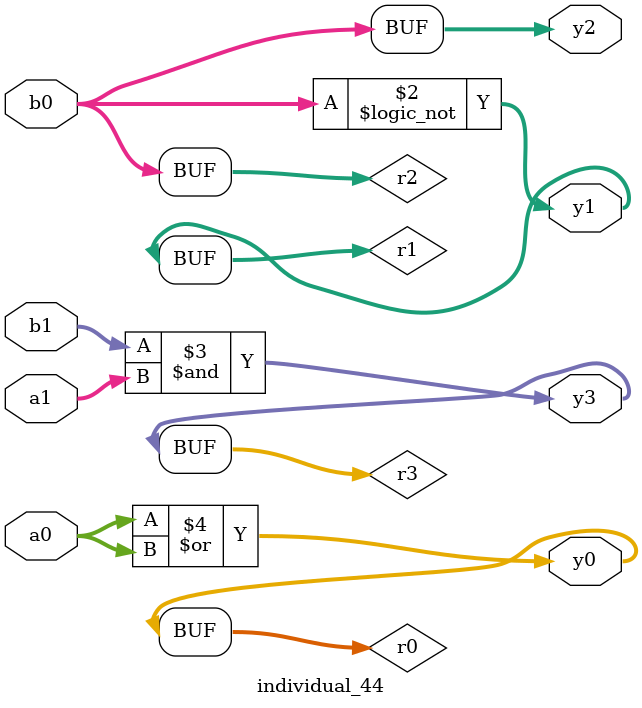
<source format=sv>
module individual_44(input logic [15:0] a1, input logic [15:0] a0, input logic [15:0] b1, input logic [15:0] b0, output logic [15:0] y3, output logic [15:0] y2, output logic [15:0] y1, output logic [15:0] y0);
logic [15:0] r0, r1, r2, r3; 
 always@(*) begin 
	 r0 = a0; r1 = a1; r2 = b0; r3 = b1; 
 	 r1 = ! b0 ;
 	 r3  &=  a1 ;
 	 r0  |=  a0 ;
 	 y3 = r3; y2 = r2; y1 = r1; y0 = r0; 
end
endmodule
</source>
